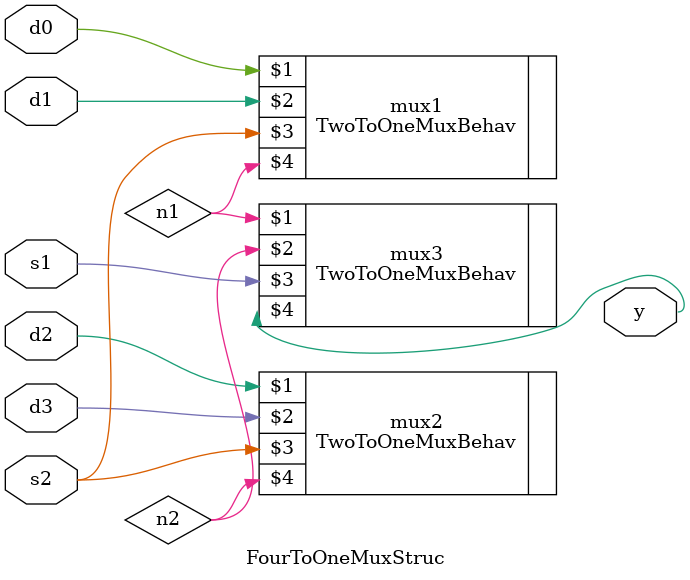
<source format=sv>
`timescale 1ns / 1ps

module FourToOneMuxStruc(input logic d0,d1,d2,d3,s1,s2, output logic y);

	logic n1, n2;

	TwoToOneMuxBehav mux1(d0,d1,s2,n1);
	TwoToOneMuxBehav mux2(d2,d3,s2,n2);
	TwoToOneMuxBehav mux3(n1,n2,s1,y);
endmodule


</source>
